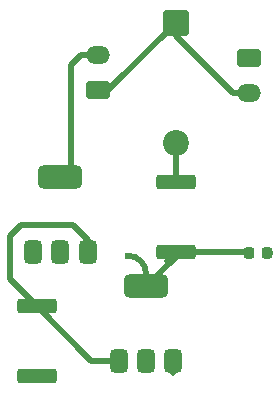
<source format=gbr>
%TF.GenerationSoftware,KiCad,Pcbnew,9.0.4*%
%TF.CreationDate,2025-10-16T00:09:43-05:00*%
%TF.ProjectId,new project,6e657720-7072-46f6-9a65-63742e6b6963,rev?*%
%TF.SameCoordinates,Original*%
%TF.FileFunction,Copper,L1,Top*%
%TF.FilePolarity,Positive*%
%FSLAX46Y46*%
G04 Gerber Fmt 4.6, Leading zero omitted, Abs format (unit mm)*
G04 Created by KiCad (PCBNEW 9.0.4) date 2025-10-16 00:09:43*
%MOMM*%
%LPD*%
G01*
G04 APERTURE LIST*
G04 Aperture macros list*
%AMRoundRect*
0 Rectangle with rounded corners*
0 $1 Rounding radius*
0 $2 $3 $4 $5 $6 $7 $8 $9 X,Y pos of 4 corners*
0 Add a 4 corners polygon primitive as box body*
4,1,4,$2,$3,$4,$5,$6,$7,$8,$9,$2,$3,0*
0 Add four circle primitives for the rounded corners*
1,1,$1+$1,$2,$3*
1,1,$1+$1,$4,$5*
1,1,$1+$1,$6,$7*
1,1,$1+$1,$8,$9*
0 Add four rect primitives between the rounded corners*
20,1,$1+$1,$2,$3,$4,$5,0*
20,1,$1+$1,$4,$5,$6,$7,0*
20,1,$1+$1,$6,$7,$8,$9,0*
20,1,$1+$1,$8,$9,$2,$3,0*%
G04 Aperture macros list end*
%TA.AperFunction,SMDPad,CuDef*%
%ADD10RoundRect,0.250000X-1.425000X0.362500X-1.425000X-0.362500X1.425000X-0.362500X1.425000X0.362500X0*%
%TD*%
%TA.AperFunction,ComponentPad*%
%ADD11RoundRect,0.249999X-0.850001X0.850001X-0.850001X-0.850001X0.850001X-0.850001X0.850001X0.850001X0*%
%TD*%
%TA.AperFunction,ComponentPad*%
%ADD12C,2.200000*%
%TD*%
%TA.AperFunction,ComponentPad*%
%ADD13RoundRect,0.250001X-0.759999X0.499999X-0.759999X-0.499999X0.759999X-0.499999X0.759999X0.499999X0*%
%TD*%
%TA.AperFunction,ComponentPad*%
%ADD14O,2.020000X1.500000*%
%TD*%
%TA.AperFunction,SMDPad,CuDef*%
%ADD15RoundRect,0.375000X0.375000X-0.625000X0.375000X0.625000X-0.375000X0.625000X-0.375000X-0.625000X0*%
%TD*%
%TA.AperFunction,SMDPad,CuDef*%
%ADD16RoundRect,0.500000X1.400000X-0.500000X1.400000X0.500000X-1.400000X0.500000X-1.400000X-0.500000X0*%
%TD*%
%TA.AperFunction,SMDPad,CuDef*%
%ADD17RoundRect,0.225000X-0.225000X-0.250000X0.225000X-0.250000X0.225000X0.250000X-0.225000X0.250000X0*%
%TD*%
%TA.AperFunction,ComponentPad*%
%ADD18RoundRect,0.250001X0.759999X-0.499999X0.759999X0.499999X-0.759999X0.499999X-0.759999X-0.499999X0*%
%TD*%
%TA.AperFunction,ViaPad*%
%ADD19C,0.600000*%
%TD*%
%TA.AperFunction,Conductor*%
%ADD20C,0.500000*%
%TD*%
G04 APERTURE END LIST*
D10*
%TO.P,R1,1*%
%TO.N,Net-(D1-A)*%
X129000000Y-80537500D03*
%TO.P,R1,2*%
%TO.N,Net-(Q1-B)*%
X129000000Y-86462500D03*
%TD*%
%TO.P,R2,1*%
%TO.N,Net-(Q1-E)*%
X117250000Y-91037500D03*
%TO.P,R2,2*%
%TO.N,GND*%
X117250000Y-96962500D03*
%TD*%
D11*
%TO.P,D1,1,K*%
%TO.N,Net-(D1-K)*%
X129000000Y-67000000D03*
D12*
%TO.P,D1,2,A*%
%TO.N,Net-(D1-A)*%
X129000000Y-77160000D03*
%TD*%
D13*
%TO.P,J2,1,Pin_1*%
%TO.N,GND*%
X135250000Y-70000000D03*
D14*
%TO.P,J2,2,Pin_2*%
%TO.N,Net-(D1-K)*%
X135250000Y-73000000D03*
%TD*%
D15*
%TO.P,Q1,1,B*%
%TO.N,Net-(Q1-B)*%
X116950000Y-86400000D03*
%TO.P,Q1,2,C*%
%TO.N,Net-(J1-Pin_2)*%
X119250000Y-86400000D03*
D16*
X119250000Y-80100000D03*
D15*
%TO.P,Q1,3,E*%
%TO.N,Net-(Q1-E)*%
X121550000Y-86400000D03*
%TD*%
%TO.P,Q2,1,B*%
%TO.N,Net-(Q1-E)*%
X124200000Y-95650000D03*
%TO.P,Q2,2,C*%
%TO.N,Net-(Q1-B)*%
X126500000Y-95650000D03*
D16*
X126500000Y-89350000D03*
D15*
%TO.P,Q2,3,E*%
%TO.N,GND*%
X128800000Y-95650000D03*
%TD*%
D17*
%TO.P,C1,1*%
%TO.N,Net-(Q1-B)*%
X135225000Y-86500000D03*
%TO.P,C1,2*%
%TO.N,GND*%
X136775000Y-86500000D03*
%TD*%
D18*
%TO.P,J1,1,Pin_1*%
%TO.N,Net-(D1-K)*%
X122465000Y-72750000D03*
D14*
%TO.P,J1,2,Pin_2*%
%TO.N,Net-(J1-Pin_2)*%
X122465000Y-69750000D03*
%TD*%
D19*
%TO.N,GND*%
X117750000Y-97250000D03*
X137000000Y-86500000D03*
X129000000Y-95750000D03*
%TO.N,Net-(J1-Pin_2)*%
X119250000Y-86400000D03*
X119250000Y-80250000D03*
%TO.N,Net-(Q1-B)*%
X126500000Y-95650000D03*
X125000000Y-86750000D03*
X126500000Y-89500000D03*
X117000000Y-86250000D03*
%TD*%
D20*
%TO.N,GND*%
X128800000Y-96650000D02*
X128800000Y-95650000D01*
%TO.N,Net-(D1-K)*%
X129000000Y-67000000D02*
X123250000Y-72750000D01*
X129000000Y-68099999D02*
X133900001Y-73000000D01*
X133900001Y-73000000D02*
X135250000Y-73000000D01*
X123250000Y-72750000D02*
X122465000Y-72750000D01*
X129000000Y-67000000D02*
X129000000Y-68099999D01*
%TO.N,Net-(D1-A)*%
X129000000Y-77160000D02*
X129000000Y-80537500D01*
X129037500Y-80500000D02*
X129000000Y-80537500D01*
%TO.N,Net-(J1-Pin_2)*%
X119250000Y-86400000D02*
X119250000Y-86250000D01*
X120146000Y-79204000D02*
X119250000Y-80100000D01*
X119258721Y-86046331D02*
X119275108Y-85911378D01*
X119250513Y-86182028D02*
X119258721Y-86046331D01*
X122465000Y-69750000D02*
X120955000Y-69750000D01*
X119275108Y-85911378D02*
X119299612Y-85777660D01*
X119250000Y-86250000D02*
X119250513Y-86182028D01*
X120146000Y-70559000D02*
X120146000Y-79204000D01*
X120955000Y-69750000D02*
X120146000Y-70559000D01*
%TO.N,Net-(Q1-B)*%
X129000000Y-86462500D02*
X129000000Y-86850000D01*
X116462500Y-86887500D02*
X116950000Y-86400000D01*
X126500000Y-89350000D02*
X126500000Y-88250000D01*
X126324000Y-89174000D02*
X126500000Y-89350000D01*
X135036500Y-86462500D02*
X135074000Y-86500000D01*
X129000000Y-86462500D02*
X135036500Y-86462500D01*
X129000000Y-86462500D02*
X128250000Y-87212500D01*
X129000000Y-86850000D02*
X126500000Y-89350000D01*
X126500000Y-88250000D02*
G75*
G03*
X125000000Y-86750000I-1500000J0D01*
G01*
X126285082Y-89135082D02*
G75*
G02*
X126500018Y-89350000I18J-214918D01*
G01*
%TO.N,Net-(Q1-E)*%
X114949000Y-85101488D02*
X115901488Y-84149000D01*
X120299000Y-84149000D02*
X121550000Y-85400000D01*
X121862500Y-95650000D02*
X117250000Y-91037500D01*
X124200000Y-95650000D02*
X121862500Y-95650000D01*
X121550000Y-85400000D02*
X121550000Y-86400000D01*
X117250000Y-91037500D02*
X114949000Y-88736500D01*
X114949000Y-88736500D02*
X114949000Y-85101488D01*
X115901488Y-84149000D02*
X120299000Y-84149000D01*
%TD*%
M02*

</source>
